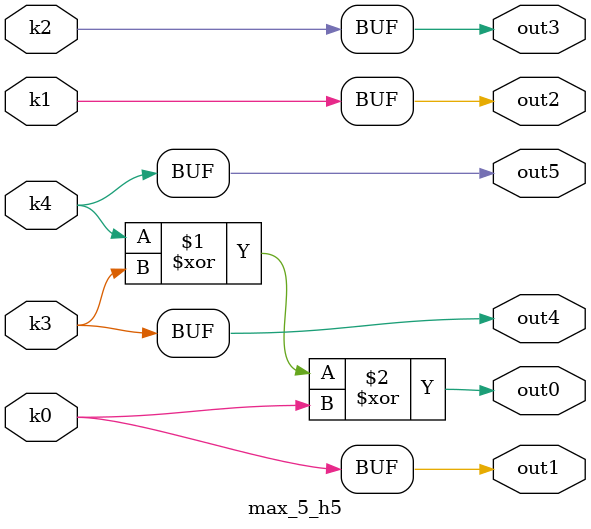
<source format=v>
module max_5(pi00, pi01, pi02, pi03, pi04, pi05, pi06, pi07, pi08, pi09, pi10, pi11, pi12, pi13, po0, po1, po2, po3, po4, po5);
input pi00, pi01, pi02, pi03, pi04, pi05, pi06, pi07, pi08, pi09, pi10, pi11, pi12, pi13;
output po0, po1, po2, po3, po4, po5;
wire k0, k1, k2, k3, k4;
max_5_w5 DUT1 (pi00, pi01, pi02, pi03, pi04, pi05, pi06, pi07, pi08, pi09, pi10, pi11, pi12, pi13, k0, k1, k2, k3, k4);
max_5_h5 DUT2 (k0, k1, k2, k3, k4, po0, po1, po2, po3, po4, po5);
endmodule

module max_5_w5(in13, in12, in11, in10, in9, in8, in7, in6, in5, in4, in3, in2, in1, in0, k4, k3, k2, k1, k0);
input in13, in12, in11, in10, in9, in8, in7, in6, in5, in4, in3, in2, in1, in0;
output k4, k3, k2, k1, k0;
assign k0 =   in0 ? (in5 ? ~in12 : ~in9) : in1;
assign k1 =   in0 ? (in5 ? ~in13 : ~in10) : in3;
assign k2 =   ((~in3 | in2) & ((~in13 & in5 & (~in11 | ~in4) & (~in12 | ~in1)) | (~in10 & ~in5 & (~in8 | ~in4) & (~in9 | ~in1)))) | ((~in1 | (~in3 & in2)) & ((~in12 & in5 & (~in11 | ~in4)) | (~in9 & ~in5 & (~in8 | ~in4)))) | ((~in4 | (~in1 & ~in3 & in2)) & (in5 ? ~in11 : ~in8)) | (~in3 & in2 & ~in4 & ~in1);
assign k3 =   ~in11 & in8;
assign k4 =   ((~in12 & in9) | (((~in13 & in10) | (~in7 & ~in6)) & (~in13 | in10))) & (in8 | ~in11) & (~in12 | in9);
endmodule

module max_5_h5(k4, k3, k2, k1, k0, out5, out4, out3, out2, out1, out0);
input k4, k3, k2, k1, k0;
output out5, out4, out3, out2, out1, out0;
assign out0 = k4 ^ k3 ^ k0;
assign out1 = k0;
assign out2 = k1;
assign out3 = k2;
assign out4 = k3;
assign out5 = k4;
endmodule

</source>
